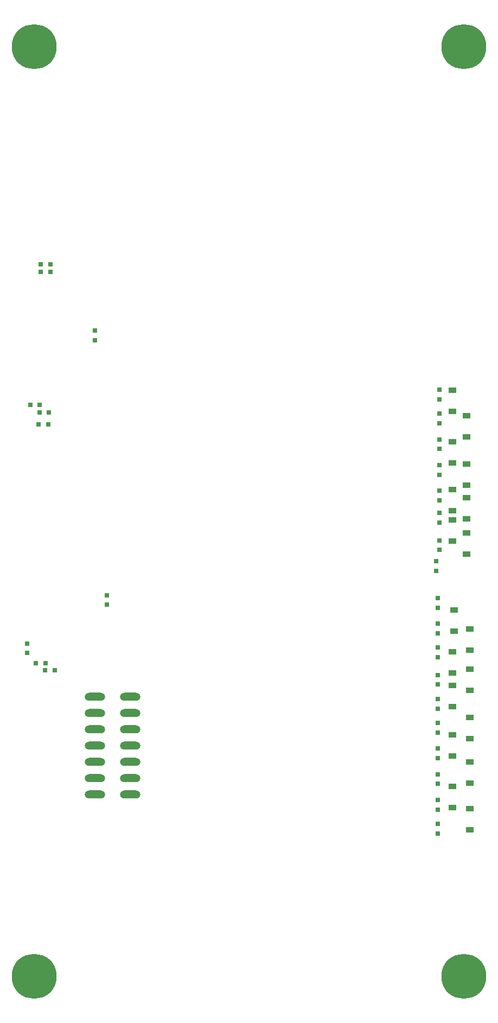
<source format=gbr>
G04 #@! TF.FileFunction,Paste,Bot*
%FSLAX46Y46*%
G04 Gerber Fmt 4.6, Leading zero omitted, Abs format (unit mm)*
G04 Created by KiCad (PCBNEW 4.0.6) date 07/17/17 17:26:29*
%MOMM*%
%LPD*%
G01*
G04 APERTURE LIST*
%ADD10C,0.100000*%
%ADD11C,7.000000*%
%ADD12R,0.750000X0.800000*%
%ADD13O,3.200000X1.270000*%
%ADD14R,0.800000X0.750000*%
%ADD15R,1.200000X0.900000*%
G04 APERTURE END LIST*
D10*
D11*
X121500000Y-37000000D03*
X54500000Y-37000000D03*
X54500000Y-182000000D03*
X121500000Y-182000000D03*
D12*
X117500000Y-136500000D03*
X117500000Y-135000000D03*
X117500000Y-132250000D03*
X117500000Y-130750000D03*
X117500000Y-128500000D03*
X117500000Y-127000000D03*
X117500000Y-124500000D03*
X117500000Y-123000000D03*
X117500000Y-159750000D03*
X117500000Y-158250000D03*
X117500000Y-156000000D03*
X117500000Y-154500000D03*
X117500000Y-152000000D03*
X117500000Y-150500000D03*
X117500000Y-148000000D03*
X117500000Y-146500000D03*
X117500000Y-144000000D03*
X117500000Y-142500000D03*
X117750000Y-107750000D03*
X117750000Y-106250000D03*
X117750000Y-103750000D03*
X117750000Y-102250000D03*
X117750000Y-99750000D03*
X117750000Y-98250000D03*
X117750000Y-95750000D03*
X117750000Y-94250000D03*
D13*
X63930000Y-153620000D03*
X69470000Y-153620000D03*
X63930000Y-151080000D03*
X69470000Y-151080000D03*
X63930000Y-148540000D03*
X69470000Y-148540000D03*
X63930000Y-146000000D03*
X69470000Y-146000000D03*
X63930000Y-143460000D03*
X69470000Y-143460000D03*
X63930000Y-140920000D03*
X69470000Y-140920000D03*
X63930000Y-138380000D03*
X69470000Y-138380000D03*
D12*
X117250000Y-118750000D03*
X117250000Y-117250000D03*
X117750000Y-115500000D03*
X117750000Y-114000000D03*
X117500000Y-140250000D03*
X117500000Y-138750000D03*
X117750000Y-111250000D03*
X117750000Y-109750000D03*
X117750000Y-92000000D03*
X117750000Y-90500000D03*
X65850000Y-124050000D03*
X65850000Y-122550000D03*
D14*
X54750000Y-133150000D03*
X56250000Y-133150000D03*
D12*
X53400000Y-131600000D03*
X53400000Y-130100000D03*
D14*
X56200000Y-134300000D03*
X57700000Y-134300000D03*
D12*
X63950000Y-82750000D03*
X63950000Y-81250000D03*
D14*
X55200000Y-95950000D03*
X56700000Y-95950000D03*
X55300000Y-94050000D03*
X56800000Y-94050000D03*
X55350000Y-92850000D03*
X53850000Y-92850000D03*
X57000000Y-72150000D03*
X55500000Y-72150000D03*
X57000000Y-70900000D03*
X55500000Y-70900000D03*
D15*
X122500000Y-137400000D03*
X122500000Y-134100000D03*
X119750000Y-134650000D03*
X119750000Y-131350000D03*
X122500000Y-131150000D03*
X122500000Y-127850000D03*
X120000000Y-128150000D03*
X120000000Y-124850000D03*
X122000000Y-116150000D03*
X122000000Y-112850000D03*
X119750000Y-114150000D03*
X119750000Y-110850000D03*
X122500000Y-159150000D03*
X122500000Y-155850000D03*
X119750000Y-155650000D03*
X119750000Y-152350000D03*
X122500000Y-151900000D03*
X122500000Y-148600000D03*
X119750000Y-147650000D03*
X119750000Y-144350000D03*
X122500000Y-144900000D03*
X122500000Y-141600000D03*
X119750000Y-139900000D03*
X119750000Y-136600000D03*
X122000000Y-110650000D03*
X122000000Y-107350000D03*
X119750000Y-106100000D03*
X119750000Y-109400000D03*
X122000000Y-105400000D03*
X122000000Y-102100000D03*
X119750000Y-101900000D03*
X119750000Y-98600000D03*
X122000000Y-97900000D03*
X122000000Y-94600000D03*
X119750000Y-93900000D03*
X119750000Y-90600000D03*
M02*

</source>
